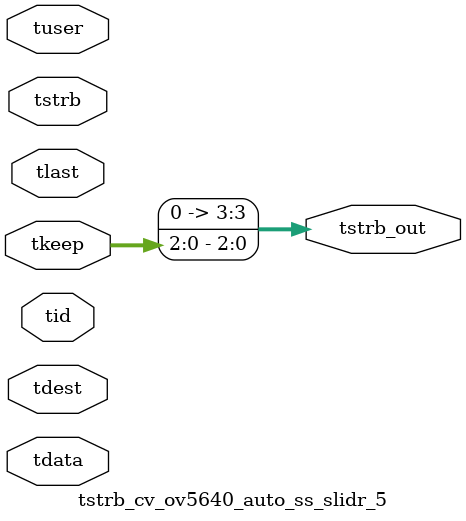
<source format=v>


`timescale 1ps/1ps

module tstrb_cv_ov5640_auto_ss_slidr_5 #
(
parameter C_S_AXIS_TDATA_WIDTH = 32,
parameter C_S_AXIS_TUSER_WIDTH = 0,
parameter C_S_AXIS_TID_WIDTH   = 0,
parameter C_S_AXIS_TDEST_WIDTH = 0,
parameter C_M_AXIS_TDATA_WIDTH = 32
)
(
input  [(C_S_AXIS_TDATA_WIDTH == 0 ? 1 : C_S_AXIS_TDATA_WIDTH)-1:0     ] tdata,
input  [(C_S_AXIS_TUSER_WIDTH == 0 ? 1 : C_S_AXIS_TUSER_WIDTH)-1:0     ] tuser,
input  [(C_S_AXIS_TID_WIDTH   == 0 ? 1 : C_S_AXIS_TID_WIDTH)-1:0       ] tid,
input  [(C_S_AXIS_TDEST_WIDTH == 0 ? 1 : C_S_AXIS_TDEST_WIDTH)-1:0     ] tdest,
input  [(C_S_AXIS_TDATA_WIDTH/8)-1:0 ] tkeep,
input  [(C_S_AXIS_TDATA_WIDTH/8)-1:0 ] tstrb,
input                                                                    tlast,
output [(C_M_AXIS_TDATA_WIDTH/8)-1:0 ] tstrb_out
);

assign tstrb_out = {tkeep[2:0]};

endmodule


</source>
